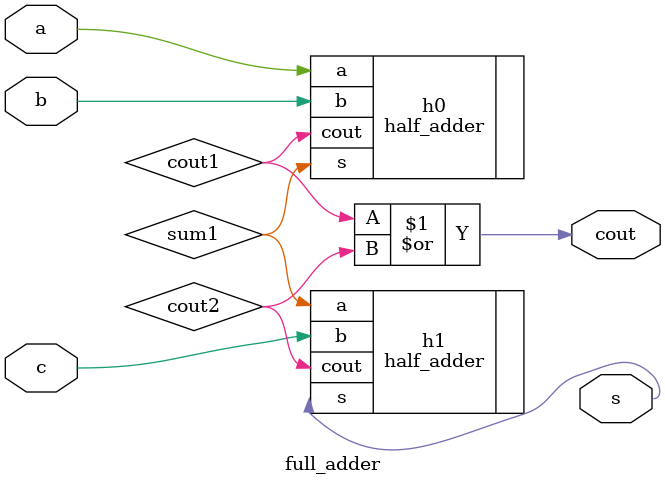
<source format=v>
`include "half_adder.v"

module full_adder(output cout,output s, input a, input b, input c);

    wire cout1, cout2, sum1;

    half_adder h0(.cout(cout1), .s(sum1), .a(a), .b(b));
    half_adder h1(.cout(cout2), .s(s), .a(sum1), .b(c));
    or(cout,cout1,cout2);

endmodule

</source>
